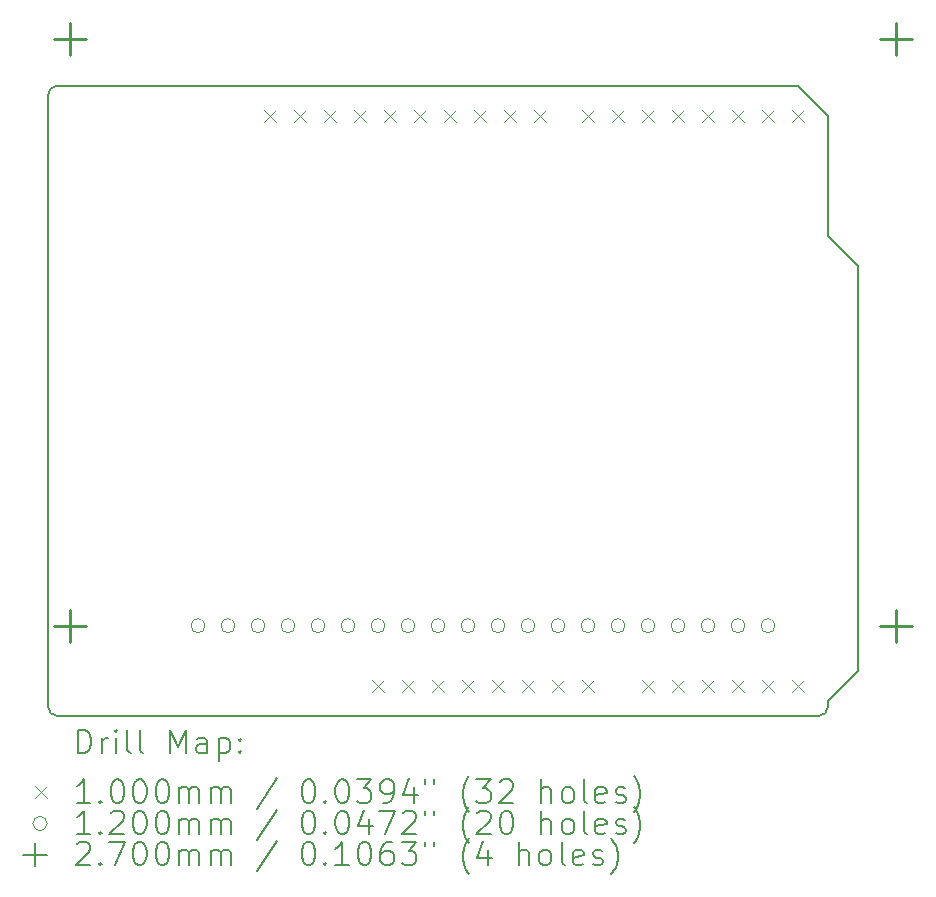
<source format=gbr>
%TF.GenerationSoftware,KiCad,Pcbnew,7.0.7-7.0.7~ubuntu22.04.1*%
%TF.CreationDate,2023-10-18T17:58:12+02:00*%
%TF.ProjectId,conway_proj,636f6e77-6179-45f7-9072-6f6a2e6b6963,rev?*%
%TF.SameCoordinates,Original*%
%TF.FileFunction,Drillmap*%
%TF.FilePolarity,Positive*%
%FSLAX45Y45*%
G04 Gerber Fmt 4.5, Leading zero omitted, Abs format (unit mm)*
G04 Created by KiCad (PCBNEW 7.0.7-7.0.7~ubuntu22.04.1) date 2023-10-18 17:58:12*
%MOMM*%
%LPD*%
G01*
G04 APERTURE LIST*
%ADD10C,0.150000*%
%ADD11C,0.200000*%
%ADD12C,0.100000*%
%ADD13C,0.120000*%
%ADD14C,0.270000*%
G04 APERTURE END LIST*
D10*
X14064000Y-12540000D02*
X14318000Y-12794000D01*
X7460000Y-16527800D02*
X7460000Y-11346200D01*
X14318000Y-12794000D02*
X14318000Y-16223000D01*
X13987800Y-16604000D02*
X7536200Y-16604000D01*
X7536200Y-11270000D02*
X13810000Y-11270000D01*
X7460000Y-16527800D02*
G75*
G03*
X7536200Y-16604000I76200J0D01*
G01*
X14318000Y-16223000D02*
X14064000Y-16477000D01*
X13810000Y-11270000D02*
X14064000Y-11524000D01*
X13987800Y-16604000D02*
G75*
G03*
X14064000Y-16527800I0J76200D01*
G01*
X14064000Y-11524000D02*
X14064000Y-12540000D01*
X14064000Y-16477000D02*
X14064000Y-16527800D01*
X7536200Y-11270000D02*
G75*
G03*
X7460000Y-11346200I0J-76200D01*
G01*
D11*
D12*
X9289600Y-11474000D02*
X9389600Y-11574000D01*
X9389600Y-11474000D02*
X9289600Y-11574000D01*
X9543600Y-11474000D02*
X9643600Y-11574000D01*
X9643600Y-11474000D02*
X9543600Y-11574000D01*
X9797600Y-11474000D02*
X9897600Y-11574000D01*
X9897600Y-11474000D02*
X9797600Y-11574000D01*
X10051600Y-11474000D02*
X10151600Y-11574000D01*
X10151600Y-11474000D02*
X10051600Y-11574000D01*
X10204000Y-16300000D02*
X10304000Y-16400000D01*
X10304000Y-16300000D02*
X10204000Y-16400000D01*
X10305600Y-11474000D02*
X10405600Y-11574000D01*
X10405600Y-11474000D02*
X10305600Y-11574000D01*
X10458000Y-16300000D02*
X10558000Y-16400000D01*
X10558000Y-16300000D02*
X10458000Y-16400000D01*
X10559600Y-11474000D02*
X10659600Y-11574000D01*
X10659600Y-11474000D02*
X10559600Y-11574000D01*
X10712000Y-16300000D02*
X10812000Y-16400000D01*
X10812000Y-16300000D02*
X10712000Y-16400000D01*
X10813600Y-11474000D02*
X10913600Y-11574000D01*
X10913600Y-11474000D02*
X10813600Y-11574000D01*
X10966000Y-16300000D02*
X11066000Y-16400000D01*
X11066000Y-16300000D02*
X10966000Y-16400000D01*
X11067600Y-11474000D02*
X11167600Y-11574000D01*
X11167600Y-11474000D02*
X11067600Y-11574000D01*
X11220000Y-16300000D02*
X11320000Y-16400000D01*
X11320000Y-16300000D02*
X11220000Y-16400000D01*
X11321600Y-11474000D02*
X11421600Y-11574000D01*
X11421600Y-11474000D02*
X11321600Y-11574000D01*
X11474000Y-16300000D02*
X11574000Y-16400000D01*
X11574000Y-16300000D02*
X11474000Y-16400000D01*
X11575600Y-11474000D02*
X11675600Y-11574000D01*
X11675600Y-11474000D02*
X11575600Y-11574000D01*
X11728000Y-16300000D02*
X11828000Y-16400000D01*
X11828000Y-16300000D02*
X11728000Y-16400000D01*
X11982000Y-11474000D02*
X12082000Y-11574000D01*
X12082000Y-11474000D02*
X11982000Y-11574000D01*
X11982000Y-16300000D02*
X12082000Y-16400000D01*
X12082000Y-16300000D02*
X11982000Y-16400000D01*
X12236000Y-11474000D02*
X12336000Y-11574000D01*
X12336000Y-11474000D02*
X12236000Y-11574000D01*
X12490000Y-11474000D02*
X12590000Y-11574000D01*
X12590000Y-11474000D02*
X12490000Y-11574000D01*
X12490000Y-16300000D02*
X12590000Y-16400000D01*
X12590000Y-16300000D02*
X12490000Y-16400000D01*
X12744000Y-11474000D02*
X12844000Y-11574000D01*
X12844000Y-11474000D02*
X12744000Y-11574000D01*
X12744000Y-16300000D02*
X12844000Y-16400000D01*
X12844000Y-16300000D02*
X12744000Y-16400000D01*
X12998000Y-11474000D02*
X13098000Y-11574000D01*
X13098000Y-11474000D02*
X12998000Y-11574000D01*
X12998000Y-16300000D02*
X13098000Y-16400000D01*
X13098000Y-16300000D02*
X12998000Y-16400000D01*
X13252000Y-11474000D02*
X13352000Y-11574000D01*
X13352000Y-11474000D02*
X13252000Y-11574000D01*
X13252000Y-16300000D02*
X13352000Y-16400000D01*
X13352000Y-16300000D02*
X13252000Y-16400000D01*
X13506000Y-11474000D02*
X13606000Y-11574000D01*
X13606000Y-11474000D02*
X13506000Y-11574000D01*
X13506000Y-16300000D02*
X13606000Y-16400000D01*
X13606000Y-16300000D02*
X13506000Y-16400000D01*
X13760000Y-11474000D02*
X13860000Y-11574000D01*
X13860000Y-11474000D02*
X13760000Y-11574000D01*
X13760000Y-16300000D02*
X13860000Y-16400000D01*
X13860000Y-16300000D02*
X13760000Y-16400000D01*
D13*
X8790000Y-15842000D02*
G75*
G03*
X8790000Y-15842000I-60000J0D01*
G01*
X9044000Y-15842000D02*
G75*
G03*
X9044000Y-15842000I-60000J0D01*
G01*
X9298000Y-15842000D02*
G75*
G03*
X9298000Y-15842000I-60000J0D01*
G01*
X9552000Y-15842000D02*
G75*
G03*
X9552000Y-15842000I-60000J0D01*
G01*
X9806000Y-15842000D02*
G75*
G03*
X9806000Y-15842000I-60000J0D01*
G01*
X10060000Y-15842000D02*
G75*
G03*
X10060000Y-15842000I-60000J0D01*
G01*
X10314000Y-15842000D02*
G75*
G03*
X10314000Y-15842000I-60000J0D01*
G01*
X10568000Y-15842000D02*
G75*
G03*
X10568000Y-15842000I-60000J0D01*
G01*
X10822000Y-15842000D02*
G75*
G03*
X10822000Y-15842000I-60000J0D01*
G01*
X11076000Y-15842000D02*
G75*
G03*
X11076000Y-15842000I-60000J0D01*
G01*
X11330000Y-15842000D02*
G75*
G03*
X11330000Y-15842000I-60000J0D01*
G01*
X11584000Y-15842000D02*
G75*
G03*
X11584000Y-15842000I-60000J0D01*
G01*
X11838000Y-15842000D02*
G75*
G03*
X11838000Y-15842000I-60000J0D01*
G01*
X12092000Y-15842000D02*
G75*
G03*
X12092000Y-15842000I-60000J0D01*
G01*
X12346000Y-15842000D02*
G75*
G03*
X12346000Y-15842000I-60000J0D01*
G01*
X12600000Y-15842000D02*
G75*
G03*
X12600000Y-15842000I-60000J0D01*
G01*
X12854000Y-15842000D02*
G75*
G03*
X12854000Y-15842000I-60000J0D01*
G01*
X13108000Y-15842000D02*
G75*
G03*
X13108000Y-15842000I-60000J0D01*
G01*
X13362000Y-15842000D02*
G75*
G03*
X13362000Y-15842000I-60000J0D01*
G01*
X13616000Y-15842000D02*
G75*
G03*
X13616000Y-15842000I-60000J0D01*
G01*
D14*
X7643000Y-10737000D02*
X7643000Y-11007000D01*
X7508000Y-10872000D02*
X7778000Y-10872000D01*
X7643000Y-15707000D02*
X7643000Y-15977000D01*
X7508000Y-15842000D02*
X7778000Y-15842000D01*
X14643000Y-10737000D02*
X14643000Y-11007000D01*
X14508000Y-10872000D02*
X14778000Y-10872000D01*
X14643000Y-15707000D02*
X14643000Y-15977000D01*
X14508000Y-15842000D02*
X14778000Y-15842000D01*
D11*
X7713277Y-16922984D02*
X7713277Y-16722984D01*
X7713277Y-16722984D02*
X7760896Y-16722984D01*
X7760896Y-16722984D02*
X7789467Y-16732508D01*
X7789467Y-16732508D02*
X7808515Y-16751555D01*
X7808515Y-16751555D02*
X7818039Y-16770603D01*
X7818039Y-16770603D02*
X7827562Y-16808698D01*
X7827562Y-16808698D02*
X7827562Y-16837270D01*
X7827562Y-16837270D02*
X7818039Y-16875365D01*
X7818039Y-16875365D02*
X7808515Y-16894412D01*
X7808515Y-16894412D02*
X7789467Y-16913460D01*
X7789467Y-16913460D02*
X7760896Y-16922984D01*
X7760896Y-16922984D02*
X7713277Y-16922984D01*
X7913277Y-16922984D02*
X7913277Y-16789650D01*
X7913277Y-16827746D02*
X7922801Y-16808698D01*
X7922801Y-16808698D02*
X7932324Y-16799174D01*
X7932324Y-16799174D02*
X7951372Y-16789650D01*
X7951372Y-16789650D02*
X7970420Y-16789650D01*
X8037086Y-16922984D02*
X8037086Y-16789650D01*
X8037086Y-16722984D02*
X8027562Y-16732508D01*
X8027562Y-16732508D02*
X8037086Y-16742031D01*
X8037086Y-16742031D02*
X8046610Y-16732508D01*
X8046610Y-16732508D02*
X8037086Y-16722984D01*
X8037086Y-16722984D02*
X8037086Y-16742031D01*
X8160896Y-16922984D02*
X8141848Y-16913460D01*
X8141848Y-16913460D02*
X8132324Y-16894412D01*
X8132324Y-16894412D02*
X8132324Y-16722984D01*
X8265658Y-16922984D02*
X8246610Y-16913460D01*
X8246610Y-16913460D02*
X8237086Y-16894412D01*
X8237086Y-16894412D02*
X8237086Y-16722984D01*
X8494229Y-16922984D02*
X8494229Y-16722984D01*
X8494229Y-16722984D02*
X8560896Y-16865841D01*
X8560896Y-16865841D02*
X8627563Y-16722984D01*
X8627563Y-16722984D02*
X8627563Y-16922984D01*
X8808515Y-16922984D02*
X8808515Y-16818222D01*
X8808515Y-16818222D02*
X8798991Y-16799174D01*
X8798991Y-16799174D02*
X8779944Y-16789650D01*
X8779944Y-16789650D02*
X8741848Y-16789650D01*
X8741848Y-16789650D02*
X8722801Y-16799174D01*
X8808515Y-16913460D02*
X8789467Y-16922984D01*
X8789467Y-16922984D02*
X8741848Y-16922984D01*
X8741848Y-16922984D02*
X8722801Y-16913460D01*
X8722801Y-16913460D02*
X8713277Y-16894412D01*
X8713277Y-16894412D02*
X8713277Y-16875365D01*
X8713277Y-16875365D02*
X8722801Y-16856317D01*
X8722801Y-16856317D02*
X8741848Y-16846793D01*
X8741848Y-16846793D02*
X8789467Y-16846793D01*
X8789467Y-16846793D02*
X8808515Y-16837270D01*
X8903753Y-16789650D02*
X8903753Y-16989650D01*
X8903753Y-16799174D02*
X8922801Y-16789650D01*
X8922801Y-16789650D02*
X8960896Y-16789650D01*
X8960896Y-16789650D02*
X8979944Y-16799174D01*
X8979944Y-16799174D02*
X8989467Y-16808698D01*
X8989467Y-16808698D02*
X8998991Y-16827746D01*
X8998991Y-16827746D02*
X8998991Y-16884889D01*
X8998991Y-16884889D02*
X8989467Y-16903936D01*
X8989467Y-16903936D02*
X8979944Y-16913460D01*
X8979944Y-16913460D02*
X8960896Y-16922984D01*
X8960896Y-16922984D02*
X8922801Y-16922984D01*
X8922801Y-16922984D02*
X8903753Y-16913460D01*
X9084705Y-16903936D02*
X9094229Y-16913460D01*
X9094229Y-16913460D02*
X9084705Y-16922984D01*
X9084705Y-16922984D02*
X9075182Y-16913460D01*
X9075182Y-16913460D02*
X9084705Y-16903936D01*
X9084705Y-16903936D02*
X9084705Y-16922984D01*
X9084705Y-16799174D02*
X9094229Y-16808698D01*
X9094229Y-16808698D02*
X9084705Y-16818222D01*
X9084705Y-16818222D02*
X9075182Y-16808698D01*
X9075182Y-16808698D02*
X9084705Y-16799174D01*
X9084705Y-16799174D02*
X9084705Y-16818222D01*
D12*
X7352500Y-17201500D02*
X7452500Y-17301500D01*
X7452500Y-17201500D02*
X7352500Y-17301500D01*
D11*
X7818039Y-17342984D02*
X7703753Y-17342984D01*
X7760896Y-17342984D02*
X7760896Y-17142984D01*
X7760896Y-17142984D02*
X7741848Y-17171555D01*
X7741848Y-17171555D02*
X7722801Y-17190603D01*
X7722801Y-17190603D02*
X7703753Y-17200127D01*
X7903753Y-17323936D02*
X7913277Y-17333460D01*
X7913277Y-17333460D02*
X7903753Y-17342984D01*
X7903753Y-17342984D02*
X7894229Y-17333460D01*
X7894229Y-17333460D02*
X7903753Y-17323936D01*
X7903753Y-17323936D02*
X7903753Y-17342984D01*
X8037086Y-17142984D02*
X8056134Y-17142984D01*
X8056134Y-17142984D02*
X8075182Y-17152508D01*
X8075182Y-17152508D02*
X8084705Y-17162031D01*
X8084705Y-17162031D02*
X8094229Y-17181079D01*
X8094229Y-17181079D02*
X8103753Y-17219174D01*
X8103753Y-17219174D02*
X8103753Y-17266793D01*
X8103753Y-17266793D02*
X8094229Y-17304889D01*
X8094229Y-17304889D02*
X8084705Y-17323936D01*
X8084705Y-17323936D02*
X8075182Y-17333460D01*
X8075182Y-17333460D02*
X8056134Y-17342984D01*
X8056134Y-17342984D02*
X8037086Y-17342984D01*
X8037086Y-17342984D02*
X8018039Y-17333460D01*
X8018039Y-17333460D02*
X8008515Y-17323936D01*
X8008515Y-17323936D02*
X7998991Y-17304889D01*
X7998991Y-17304889D02*
X7989467Y-17266793D01*
X7989467Y-17266793D02*
X7989467Y-17219174D01*
X7989467Y-17219174D02*
X7998991Y-17181079D01*
X7998991Y-17181079D02*
X8008515Y-17162031D01*
X8008515Y-17162031D02*
X8018039Y-17152508D01*
X8018039Y-17152508D02*
X8037086Y-17142984D01*
X8227562Y-17142984D02*
X8246610Y-17142984D01*
X8246610Y-17142984D02*
X8265658Y-17152508D01*
X8265658Y-17152508D02*
X8275182Y-17162031D01*
X8275182Y-17162031D02*
X8284705Y-17181079D01*
X8284705Y-17181079D02*
X8294229Y-17219174D01*
X8294229Y-17219174D02*
X8294229Y-17266793D01*
X8294229Y-17266793D02*
X8284705Y-17304889D01*
X8284705Y-17304889D02*
X8275182Y-17323936D01*
X8275182Y-17323936D02*
X8265658Y-17333460D01*
X8265658Y-17333460D02*
X8246610Y-17342984D01*
X8246610Y-17342984D02*
X8227562Y-17342984D01*
X8227562Y-17342984D02*
X8208515Y-17333460D01*
X8208515Y-17333460D02*
X8198991Y-17323936D01*
X8198991Y-17323936D02*
X8189467Y-17304889D01*
X8189467Y-17304889D02*
X8179943Y-17266793D01*
X8179943Y-17266793D02*
X8179943Y-17219174D01*
X8179943Y-17219174D02*
X8189467Y-17181079D01*
X8189467Y-17181079D02*
X8198991Y-17162031D01*
X8198991Y-17162031D02*
X8208515Y-17152508D01*
X8208515Y-17152508D02*
X8227562Y-17142984D01*
X8418039Y-17142984D02*
X8437086Y-17142984D01*
X8437086Y-17142984D02*
X8456134Y-17152508D01*
X8456134Y-17152508D02*
X8465658Y-17162031D01*
X8465658Y-17162031D02*
X8475182Y-17181079D01*
X8475182Y-17181079D02*
X8484705Y-17219174D01*
X8484705Y-17219174D02*
X8484705Y-17266793D01*
X8484705Y-17266793D02*
X8475182Y-17304889D01*
X8475182Y-17304889D02*
X8465658Y-17323936D01*
X8465658Y-17323936D02*
X8456134Y-17333460D01*
X8456134Y-17333460D02*
X8437086Y-17342984D01*
X8437086Y-17342984D02*
X8418039Y-17342984D01*
X8418039Y-17342984D02*
X8398991Y-17333460D01*
X8398991Y-17333460D02*
X8389467Y-17323936D01*
X8389467Y-17323936D02*
X8379943Y-17304889D01*
X8379943Y-17304889D02*
X8370420Y-17266793D01*
X8370420Y-17266793D02*
X8370420Y-17219174D01*
X8370420Y-17219174D02*
X8379943Y-17181079D01*
X8379943Y-17181079D02*
X8389467Y-17162031D01*
X8389467Y-17162031D02*
X8398991Y-17152508D01*
X8398991Y-17152508D02*
X8418039Y-17142984D01*
X8570420Y-17342984D02*
X8570420Y-17209650D01*
X8570420Y-17228698D02*
X8579944Y-17219174D01*
X8579944Y-17219174D02*
X8598991Y-17209650D01*
X8598991Y-17209650D02*
X8627563Y-17209650D01*
X8627563Y-17209650D02*
X8646610Y-17219174D01*
X8646610Y-17219174D02*
X8656134Y-17238222D01*
X8656134Y-17238222D02*
X8656134Y-17342984D01*
X8656134Y-17238222D02*
X8665658Y-17219174D01*
X8665658Y-17219174D02*
X8684705Y-17209650D01*
X8684705Y-17209650D02*
X8713277Y-17209650D01*
X8713277Y-17209650D02*
X8732325Y-17219174D01*
X8732325Y-17219174D02*
X8741848Y-17238222D01*
X8741848Y-17238222D02*
X8741848Y-17342984D01*
X8837086Y-17342984D02*
X8837086Y-17209650D01*
X8837086Y-17228698D02*
X8846610Y-17219174D01*
X8846610Y-17219174D02*
X8865658Y-17209650D01*
X8865658Y-17209650D02*
X8894229Y-17209650D01*
X8894229Y-17209650D02*
X8913277Y-17219174D01*
X8913277Y-17219174D02*
X8922801Y-17238222D01*
X8922801Y-17238222D02*
X8922801Y-17342984D01*
X8922801Y-17238222D02*
X8932325Y-17219174D01*
X8932325Y-17219174D02*
X8951372Y-17209650D01*
X8951372Y-17209650D02*
X8979944Y-17209650D01*
X8979944Y-17209650D02*
X8998991Y-17219174D01*
X8998991Y-17219174D02*
X9008515Y-17238222D01*
X9008515Y-17238222D02*
X9008515Y-17342984D01*
X9398991Y-17133460D02*
X9227563Y-17390603D01*
X9656134Y-17142984D02*
X9675182Y-17142984D01*
X9675182Y-17142984D02*
X9694229Y-17152508D01*
X9694229Y-17152508D02*
X9703753Y-17162031D01*
X9703753Y-17162031D02*
X9713277Y-17181079D01*
X9713277Y-17181079D02*
X9722801Y-17219174D01*
X9722801Y-17219174D02*
X9722801Y-17266793D01*
X9722801Y-17266793D02*
X9713277Y-17304889D01*
X9713277Y-17304889D02*
X9703753Y-17323936D01*
X9703753Y-17323936D02*
X9694229Y-17333460D01*
X9694229Y-17333460D02*
X9675182Y-17342984D01*
X9675182Y-17342984D02*
X9656134Y-17342984D01*
X9656134Y-17342984D02*
X9637087Y-17333460D01*
X9637087Y-17333460D02*
X9627563Y-17323936D01*
X9627563Y-17323936D02*
X9618039Y-17304889D01*
X9618039Y-17304889D02*
X9608515Y-17266793D01*
X9608515Y-17266793D02*
X9608515Y-17219174D01*
X9608515Y-17219174D02*
X9618039Y-17181079D01*
X9618039Y-17181079D02*
X9627563Y-17162031D01*
X9627563Y-17162031D02*
X9637087Y-17152508D01*
X9637087Y-17152508D02*
X9656134Y-17142984D01*
X9808515Y-17323936D02*
X9818039Y-17333460D01*
X9818039Y-17333460D02*
X9808515Y-17342984D01*
X9808515Y-17342984D02*
X9798991Y-17333460D01*
X9798991Y-17333460D02*
X9808515Y-17323936D01*
X9808515Y-17323936D02*
X9808515Y-17342984D01*
X9941848Y-17142984D02*
X9960896Y-17142984D01*
X9960896Y-17142984D02*
X9979944Y-17152508D01*
X9979944Y-17152508D02*
X9989468Y-17162031D01*
X9989468Y-17162031D02*
X9998991Y-17181079D01*
X9998991Y-17181079D02*
X10008515Y-17219174D01*
X10008515Y-17219174D02*
X10008515Y-17266793D01*
X10008515Y-17266793D02*
X9998991Y-17304889D01*
X9998991Y-17304889D02*
X9989468Y-17323936D01*
X9989468Y-17323936D02*
X9979944Y-17333460D01*
X9979944Y-17333460D02*
X9960896Y-17342984D01*
X9960896Y-17342984D02*
X9941848Y-17342984D01*
X9941848Y-17342984D02*
X9922801Y-17333460D01*
X9922801Y-17333460D02*
X9913277Y-17323936D01*
X9913277Y-17323936D02*
X9903753Y-17304889D01*
X9903753Y-17304889D02*
X9894229Y-17266793D01*
X9894229Y-17266793D02*
X9894229Y-17219174D01*
X9894229Y-17219174D02*
X9903753Y-17181079D01*
X9903753Y-17181079D02*
X9913277Y-17162031D01*
X9913277Y-17162031D02*
X9922801Y-17152508D01*
X9922801Y-17152508D02*
X9941848Y-17142984D01*
X10075182Y-17142984D02*
X10198991Y-17142984D01*
X10198991Y-17142984D02*
X10132325Y-17219174D01*
X10132325Y-17219174D02*
X10160896Y-17219174D01*
X10160896Y-17219174D02*
X10179944Y-17228698D01*
X10179944Y-17228698D02*
X10189468Y-17238222D01*
X10189468Y-17238222D02*
X10198991Y-17257270D01*
X10198991Y-17257270D02*
X10198991Y-17304889D01*
X10198991Y-17304889D02*
X10189468Y-17323936D01*
X10189468Y-17323936D02*
X10179944Y-17333460D01*
X10179944Y-17333460D02*
X10160896Y-17342984D01*
X10160896Y-17342984D02*
X10103753Y-17342984D01*
X10103753Y-17342984D02*
X10084706Y-17333460D01*
X10084706Y-17333460D02*
X10075182Y-17323936D01*
X10294229Y-17342984D02*
X10332325Y-17342984D01*
X10332325Y-17342984D02*
X10351372Y-17333460D01*
X10351372Y-17333460D02*
X10360896Y-17323936D01*
X10360896Y-17323936D02*
X10379944Y-17295365D01*
X10379944Y-17295365D02*
X10389468Y-17257270D01*
X10389468Y-17257270D02*
X10389468Y-17181079D01*
X10389468Y-17181079D02*
X10379944Y-17162031D01*
X10379944Y-17162031D02*
X10370420Y-17152508D01*
X10370420Y-17152508D02*
X10351372Y-17142984D01*
X10351372Y-17142984D02*
X10313277Y-17142984D01*
X10313277Y-17142984D02*
X10294229Y-17152508D01*
X10294229Y-17152508D02*
X10284706Y-17162031D01*
X10284706Y-17162031D02*
X10275182Y-17181079D01*
X10275182Y-17181079D02*
X10275182Y-17228698D01*
X10275182Y-17228698D02*
X10284706Y-17247746D01*
X10284706Y-17247746D02*
X10294229Y-17257270D01*
X10294229Y-17257270D02*
X10313277Y-17266793D01*
X10313277Y-17266793D02*
X10351372Y-17266793D01*
X10351372Y-17266793D02*
X10370420Y-17257270D01*
X10370420Y-17257270D02*
X10379944Y-17247746D01*
X10379944Y-17247746D02*
X10389468Y-17228698D01*
X10560896Y-17209650D02*
X10560896Y-17342984D01*
X10513277Y-17133460D02*
X10465658Y-17276317D01*
X10465658Y-17276317D02*
X10589468Y-17276317D01*
X10656134Y-17142984D02*
X10656134Y-17181079D01*
X10732325Y-17142984D02*
X10732325Y-17181079D01*
X11027563Y-17419174D02*
X11018039Y-17409650D01*
X11018039Y-17409650D02*
X10998991Y-17381079D01*
X10998991Y-17381079D02*
X10989468Y-17362031D01*
X10989468Y-17362031D02*
X10979944Y-17333460D01*
X10979944Y-17333460D02*
X10970420Y-17285841D01*
X10970420Y-17285841D02*
X10970420Y-17247746D01*
X10970420Y-17247746D02*
X10979944Y-17200127D01*
X10979944Y-17200127D02*
X10989468Y-17171555D01*
X10989468Y-17171555D02*
X10998991Y-17152508D01*
X10998991Y-17152508D02*
X11018039Y-17123936D01*
X11018039Y-17123936D02*
X11027563Y-17114412D01*
X11084706Y-17142984D02*
X11208515Y-17142984D01*
X11208515Y-17142984D02*
X11141849Y-17219174D01*
X11141849Y-17219174D02*
X11170420Y-17219174D01*
X11170420Y-17219174D02*
X11189468Y-17228698D01*
X11189468Y-17228698D02*
X11198991Y-17238222D01*
X11198991Y-17238222D02*
X11208515Y-17257270D01*
X11208515Y-17257270D02*
X11208515Y-17304889D01*
X11208515Y-17304889D02*
X11198991Y-17323936D01*
X11198991Y-17323936D02*
X11189468Y-17333460D01*
X11189468Y-17333460D02*
X11170420Y-17342984D01*
X11170420Y-17342984D02*
X11113277Y-17342984D01*
X11113277Y-17342984D02*
X11094230Y-17333460D01*
X11094230Y-17333460D02*
X11084706Y-17323936D01*
X11284706Y-17162031D02*
X11294229Y-17152508D01*
X11294229Y-17152508D02*
X11313277Y-17142984D01*
X11313277Y-17142984D02*
X11360896Y-17142984D01*
X11360896Y-17142984D02*
X11379944Y-17152508D01*
X11379944Y-17152508D02*
X11389468Y-17162031D01*
X11389468Y-17162031D02*
X11398991Y-17181079D01*
X11398991Y-17181079D02*
X11398991Y-17200127D01*
X11398991Y-17200127D02*
X11389468Y-17228698D01*
X11389468Y-17228698D02*
X11275182Y-17342984D01*
X11275182Y-17342984D02*
X11398991Y-17342984D01*
X11637087Y-17342984D02*
X11637087Y-17142984D01*
X11722801Y-17342984D02*
X11722801Y-17238222D01*
X11722801Y-17238222D02*
X11713277Y-17219174D01*
X11713277Y-17219174D02*
X11694230Y-17209650D01*
X11694230Y-17209650D02*
X11665658Y-17209650D01*
X11665658Y-17209650D02*
X11646610Y-17219174D01*
X11646610Y-17219174D02*
X11637087Y-17228698D01*
X11846610Y-17342984D02*
X11827563Y-17333460D01*
X11827563Y-17333460D02*
X11818039Y-17323936D01*
X11818039Y-17323936D02*
X11808515Y-17304889D01*
X11808515Y-17304889D02*
X11808515Y-17247746D01*
X11808515Y-17247746D02*
X11818039Y-17228698D01*
X11818039Y-17228698D02*
X11827563Y-17219174D01*
X11827563Y-17219174D02*
X11846610Y-17209650D01*
X11846610Y-17209650D02*
X11875182Y-17209650D01*
X11875182Y-17209650D02*
X11894230Y-17219174D01*
X11894230Y-17219174D02*
X11903753Y-17228698D01*
X11903753Y-17228698D02*
X11913277Y-17247746D01*
X11913277Y-17247746D02*
X11913277Y-17304889D01*
X11913277Y-17304889D02*
X11903753Y-17323936D01*
X11903753Y-17323936D02*
X11894230Y-17333460D01*
X11894230Y-17333460D02*
X11875182Y-17342984D01*
X11875182Y-17342984D02*
X11846610Y-17342984D01*
X12027563Y-17342984D02*
X12008515Y-17333460D01*
X12008515Y-17333460D02*
X11998991Y-17314412D01*
X11998991Y-17314412D02*
X11998991Y-17142984D01*
X12179944Y-17333460D02*
X12160896Y-17342984D01*
X12160896Y-17342984D02*
X12122801Y-17342984D01*
X12122801Y-17342984D02*
X12103753Y-17333460D01*
X12103753Y-17333460D02*
X12094230Y-17314412D01*
X12094230Y-17314412D02*
X12094230Y-17238222D01*
X12094230Y-17238222D02*
X12103753Y-17219174D01*
X12103753Y-17219174D02*
X12122801Y-17209650D01*
X12122801Y-17209650D02*
X12160896Y-17209650D01*
X12160896Y-17209650D02*
X12179944Y-17219174D01*
X12179944Y-17219174D02*
X12189468Y-17238222D01*
X12189468Y-17238222D02*
X12189468Y-17257270D01*
X12189468Y-17257270D02*
X12094230Y-17276317D01*
X12265658Y-17333460D02*
X12284706Y-17342984D01*
X12284706Y-17342984D02*
X12322801Y-17342984D01*
X12322801Y-17342984D02*
X12341849Y-17333460D01*
X12341849Y-17333460D02*
X12351372Y-17314412D01*
X12351372Y-17314412D02*
X12351372Y-17304889D01*
X12351372Y-17304889D02*
X12341849Y-17285841D01*
X12341849Y-17285841D02*
X12322801Y-17276317D01*
X12322801Y-17276317D02*
X12294230Y-17276317D01*
X12294230Y-17276317D02*
X12275182Y-17266793D01*
X12275182Y-17266793D02*
X12265658Y-17247746D01*
X12265658Y-17247746D02*
X12265658Y-17238222D01*
X12265658Y-17238222D02*
X12275182Y-17219174D01*
X12275182Y-17219174D02*
X12294230Y-17209650D01*
X12294230Y-17209650D02*
X12322801Y-17209650D01*
X12322801Y-17209650D02*
X12341849Y-17219174D01*
X12418039Y-17419174D02*
X12427563Y-17409650D01*
X12427563Y-17409650D02*
X12446611Y-17381079D01*
X12446611Y-17381079D02*
X12456134Y-17362031D01*
X12456134Y-17362031D02*
X12465658Y-17333460D01*
X12465658Y-17333460D02*
X12475182Y-17285841D01*
X12475182Y-17285841D02*
X12475182Y-17247746D01*
X12475182Y-17247746D02*
X12465658Y-17200127D01*
X12465658Y-17200127D02*
X12456134Y-17171555D01*
X12456134Y-17171555D02*
X12446611Y-17152508D01*
X12446611Y-17152508D02*
X12427563Y-17123936D01*
X12427563Y-17123936D02*
X12418039Y-17114412D01*
D13*
X7452500Y-17515500D02*
G75*
G03*
X7452500Y-17515500I-60000J0D01*
G01*
D11*
X7818039Y-17606984D02*
X7703753Y-17606984D01*
X7760896Y-17606984D02*
X7760896Y-17406984D01*
X7760896Y-17406984D02*
X7741848Y-17435555D01*
X7741848Y-17435555D02*
X7722801Y-17454603D01*
X7722801Y-17454603D02*
X7703753Y-17464127D01*
X7903753Y-17587936D02*
X7913277Y-17597460D01*
X7913277Y-17597460D02*
X7903753Y-17606984D01*
X7903753Y-17606984D02*
X7894229Y-17597460D01*
X7894229Y-17597460D02*
X7903753Y-17587936D01*
X7903753Y-17587936D02*
X7903753Y-17606984D01*
X7989467Y-17426031D02*
X7998991Y-17416508D01*
X7998991Y-17416508D02*
X8018039Y-17406984D01*
X8018039Y-17406984D02*
X8065658Y-17406984D01*
X8065658Y-17406984D02*
X8084705Y-17416508D01*
X8084705Y-17416508D02*
X8094229Y-17426031D01*
X8094229Y-17426031D02*
X8103753Y-17445079D01*
X8103753Y-17445079D02*
X8103753Y-17464127D01*
X8103753Y-17464127D02*
X8094229Y-17492698D01*
X8094229Y-17492698D02*
X7979943Y-17606984D01*
X7979943Y-17606984D02*
X8103753Y-17606984D01*
X8227562Y-17406984D02*
X8246610Y-17406984D01*
X8246610Y-17406984D02*
X8265658Y-17416508D01*
X8265658Y-17416508D02*
X8275182Y-17426031D01*
X8275182Y-17426031D02*
X8284705Y-17445079D01*
X8284705Y-17445079D02*
X8294229Y-17483174D01*
X8294229Y-17483174D02*
X8294229Y-17530793D01*
X8294229Y-17530793D02*
X8284705Y-17568889D01*
X8284705Y-17568889D02*
X8275182Y-17587936D01*
X8275182Y-17587936D02*
X8265658Y-17597460D01*
X8265658Y-17597460D02*
X8246610Y-17606984D01*
X8246610Y-17606984D02*
X8227562Y-17606984D01*
X8227562Y-17606984D02*
X8208515Y-17597460D01*
X8208515Y-17597460D02*
X8198991Y-17587936D01*
X8198991Y-17587936D02*
X8189467Y-17568889D01*
X8189467Y-17568889D02*
X8179943Y-17530793D01*
X8179943Y-17530793D02*
X8179943Y-17483174D01*
X8179943Y-17483174D02*
X8189467Y-17445079D01*
X8189467Y-17445079D02*
X8198991Y-17426031D01*
X8198991Y-17426031D02*
X8208515Y-17416508D01*
X8208515Y-17416508D02*
X8227562Y-17406984D01*
X8418039Y-17406984D02*
X8437086Y-17406984D01*
X8437086Y-17406984D02*
X8456134Y-17416508D01*
X8456134Y-17416508D02*
X8465658Y-17426031D01*
X8465658Y-17426031D02*
X8475182Y-17445079D01*
X8475182Y-17445079D02*
X8484705Y-17483174D01*
X8484705Y-17483174D02*
X8484705Y-17530793D01*
X8484705Y-17530793D02*
X8475182Y-17568889D01*
X8475182Y-17568889D02*
X8465658Y-17587936D01*
X8465658Y-17587936D02*
X8456134Y-17597460D01*
X8456134Y-17597460D02*
X8437086Y-17606984D01*
X8437086Y-17606984D02*
X8418039Y-17606984D01*
X8418039Y-17606984D02*
X8398991Y-17597460D01*
X8398991Y-17597460D02*
X8389467Y-17587936D01*
X8389467Y-17587936D02*
X8379943Y-17568889D01*
X8379943Y-17568889D02*
X8370420Y-17530793D01*
X8370420Y-17530793D02*
X8370420Y-17483174D01*
X8370420Y-17483174D02*
X8379943Y-17445079D01*
X8379943Y-17445079D02*
X8389467Y-17426031D01*
X8389467Y-17426031D02*
X8398991Y-17416508D01*
X8398991Y-17416508D02*
X8418039Y-17406984D01*
X8570420Y-17606984D02*
X8570420Y-17473650D01*
X8570420Y-17492698D02*
X8579944Y-17483174D01*
X8579944Y-17483174D02*
X8598991Y-17473650D01*
X8598991Y-17473650D02*
X8627563Y-17473650D01*
X8627563Y-17473650D02*
X8646610Y-17483174D01*
X8646610Y-17483174D02*
X8656134Y-17502222D01*
X8656134Y-17502222D02*
X8656134Y-17606984D01*
X8656134Y-17502222D02*
X8665658Y-17483174D01*
X8665658Y-17483174D02*
X8684705Y-17473650D01*
X8684705Y-17473650D02*
X8713277Y-17473650D01*
X8713277Y-17473650D02*
X8732325Y-17483174D01*
X8732325Y-17483174D02*
X8741848Y-17502222D01*
X8741848Y-17502222D02*
X8741848Y-17606984D01*
X8837086Y-17606984D02*
X8837086Y-17473650D01*
X8837086Y-17492698D02*
X8846610Y-17483174D01*
X8846610Y-17483174D02*
X8865658Y-17473650D01*
X8865658Y-17473650D02*
X8894229Y-17473650D01*
X8894229Y-17473650D02*
X8913277Y-17483174D01*
X8913277Y-17483174D02*
X8922801Y-17502222D01*
X8922801Y-17502222D02*
X8922801Y-17606984D01*
X8922801Y-17502222D02*
X8932325Y-17483174D01*
X8932325Y-17483174D02*
X8951372Y-17473650D01*
X8951372Y-17473650D02*
X8979944Y-17473650D01*
X8979944Y-17473650D02*
X8998991Y-17483174D01*
X8998991Y-17483174D02*
X9008515Y-17502222D01*
X9008515Y-17502222D02*
X9008515Y-17606984D01*
X9398991Y-17397460D02*
X9227563Y-17654603D01*
X9656134Y-17406984D02*
X9675182Y-17406984D01*
X9675182Y-17406984D02*
X9694229Y-17416508D01*
X9694229Y-17416508D02*
X9703753Y-17426031D01*
X9703753Y-17426031D02*
X9713277Y-17445079D01*
X9713277Y-17445079D02*
X9722801Y-17483174D01*
X9722801Y-17483174D02*
X9722801Y-17530793D01*
X9722801Y-17530793D02*
X9713277Y-17568889D01*
X9713277Y-17568889D02*
X9703753Y-17587936D01*
X9703753Y-17587936D02*
X9694229Y-17597460D01*
X9694229Y-17597460D02*
X9675182Y-17606984D01*
X9675182Y-17606984D02*
X9656134Y-17606984D01*
X9656134Y-17606984D02*
X9637087Y-17597460D01*
X9637087Y-17597460D02*
X9627563Y-17587936D01*
X9627563Y-17587936D02*
X9618039Y-17568889D01*
X9618039Y-17568889D02*
X9608515Y-17530793D01*
X9608515Y-17530793D02*
X9608515Y-17483174D01*
X9608515Y-17483174D02*
X9618039Y-17445079D01*
X9618039Y-17445079D02*
X9627563Y-17426031D01*
X9627563Y-17426031D02*
X9637087Y-17416508D01*
X9637087Y-17416508D02*
X9656134Y-17406984D01*
X9808515Y-17587936D02*
X9818039Y-17597460D01*
X9818039Y-17597460D02*
X9808515Y-17606984D01*
X9808515Y-17606984D02*
X9798991Y-17597460D01*
X9798991Y-17597460D02*
X9808515Y-17587936D01*
X9808515Y-17587936D02*
X9808515Y-17606984D01*
X9941848Y-17406984D02*
X9960896Y-17406984D01*
X9960896Y-17406984D02*
X9979944Y-17416508D01*
X9979944Y-17416508D02*
X9989468Y-17426031D01*
X9989468Y-17426031D02*
X9998991Y-17445079D01*
X9998991Y-17445079D02*
X10008515Y-17483174D01*
X10008515Y-17483174D02*
X10008515Y-17530793D01*
X10008515Y-17530793D02*
X9998991Y-17568889D01*
X9998991Y-17568889D02*
X9989468Y-17587936D01*
X9989468Y-17587936D02*
X9979944Y-17597460D01*
X9979944Y-17597460D02*
X9960896Y-17606984D01*
X9960896Y-17606984D02*
X9941848Y-17606984D01*
X9941848Y-17606984D02*
X9922801Y-17597460D01*
X9922801Y-17597460D02*
X9913277Y-17587936D01*
X9913277Y-17587936D02*
X9903753Y-17568889D01*
X9903753Y-17568889D02*
X9894229Y-17530793D01*
X9894229Y-17530793D02*
X9894229Y-17483174D01*
X9894229Y-17483174D02*
X9903753Y-17445079D01*
X9903753Y-17445079D02*
X9913277Y-17426031D01*
X9913277Y-17426031D02*
X9922801Y-17416508D01*
X9922801Y-17416508D02*
X9941848Y-17406984D01*
X10179944Y-17473650D02*
X10179944Y-17606984D01*
X10132325Y-17397460D02*
X10084706Y-17540317D01*
X10084706Y-17540317D02*
X10208515Y-17540317D01*
X10265658Y-17406984D02*
X10398991Y-17406984D01*
X10398991Y-17406984D02*
X10313277Y-17606984D01*
X10465658Y-17426031D02*
X10475182Y-17416508D01*
X10475182Y-17416508D02*
X10494229Y-17406984D01*
X10494229Y-17406984D02*
X10541849Y-17406984D01*
X10541849Y-17406984D02*
X10560896Y-17416508D01*
X10560896Y-17416508D02*
X10570420Y-17426031D01*
X10570420Y-17426031D02*
X10579944Y-17445079D01*
X10579944Y-17445079D02*
X10579944Y-17464127D01*
X10579944Y-17464127D02*
X10570420Y-17492698D01*
X10570420Y-17492698D02*
X10456134Y-17606984D01*
X10456134Y-17606984D02*
X10579944Y-17606984D01*
X10656134Y-17406984D02*
X10656134Y-17445079D01*
X10732325Y-17406984D02*
X10732325Y-17445079D01*
X11027563Y-17683174D02*
X11018039Y-17673650D01*
X11018039Y-17673650D02*
X10998991Y-17645079D01*
X10998991Y-17645079D02*
X10989468Y-17626031D01*
X10989468Y-17626031D02*
X10979944Y-17597460D01*
X10979944Y-17597460D02*
X10970420Y-17549841D01*
X10970420Y-17549841D02*
X10970420Y-17511746D01*
X10970420Y-17511746D02*
X10979944Y-17464127D01*
X10979944Y-17464127D02*
X10989468Y-17435555D01*
X10989468Y-17435555D02*
X10998991Y-17416508D01*
X10998991Y-17416508D02*
X11018039Y-17387936D01*
X11018039Y-17387936D02*
X11027563Y-17378412D01*
X11094230Y-17426031D02*
X11103753Y-17416508D01*
X11103753Y-17416508D02*
X11122801Y-17406984D01*
X11122801Y-17406984D02*
X11170420Y-17406984D01*
X11170420Y-17406984D02*
X11189468Y-17416508D01*
X11189468Y-17416508D02*
X11198991Y-17426031D01*
X11198991Y-17426031D02*
X11208515Y-17445079D01*
X11208515Y-17445079D02*
X11208515Y-17464127D01*
X11208515Y-17464127D02*
X11198991Y-17492698D01*
X11198991Y-17492698D02*
X11084706Y-17606984D01*
X11084706Y-17606984D02*
X11208515Y-17606984D01*
X11332325Y-17406984D02*
X11351372Y-17406984D01*
X11351372Y-17406984D02*
X11370420Y-17416508D01*
X11370420Y-17416508D02*
X11379944Y-17426031D01*
X11379944Y-17426031D02*
X11389468Y-17445079D01*
X11389468Y-17445079D02*
X11398991Y-17483174D01*
X11398991Y-17483174D02*
X11398991Y-17530793D01*
X11398991Y-17530793D02*
X11389468Y-17568889D01*
X11389468Y-17568889D02*
X11379944Y-17587936D01*
X11379944Y-17587936D02*
X11370420Y-17597460D01*
X11370420Y-17597460D02*
X11351372Y-17606984D01*
X11351372Y-17606984D02*
X11332325Y-17606984D01*
X11332325Y-17606984D02*
X11313277Y-17597460D01*
X11313277Y-17597460D02*
X11303753Y-17587936D01*
X11303753Y-17587936D02*
X11294229Y-17568889D01*
X11294229Y-17568889D02*
X11284706Y-17530793D01*
X11284706Y-17530793D02*
X11284706Y-17483174D01*
X11284706Y-17483174D02*
X11294229Y-17445079D01*
X11294229Y-17445079D02*
X11303753Y-17426031D01*
X11303753Y-17426031D02*
X11313277Y-17416508D01*
X11313277Y-17416508D02*
X11332325Y-17406984D01*
X11637087Y-17606984D02*
X11637087Y-17406984D01*
X11722801Y-17606984D02*
X11722801Y-17502222D01*
X11722801Y-17502222D02*
X11713277Y-17483174D01*
X11713277Y-17483174D02*
X11694230Y-17473650D01*
X11694230Y-17473650D02*
X11665658Y-17473650D01*
X11665658Y-17473650D02*
X11646610Y-17483174D01*
X11646610Y-17483174D02*
X11637087Y-17492698D01*
X11846610Y-17606984D02*
X11827563Y-17597460D01*
X11827563Y-17597460D02*
X11818039Y-17587936D01*
X11818039Y-17587936D02*
X11808515Y-17568889D01*
X11808515Y-17568889D02*
X11808515Y-17511746D01*
X11808515Y-17511746D02*
X11818039Y-17492698D01*
X11818039Y-17492698D02*
X11827563Y-17483174D01*
X11827563Y-17483174D02*
X11846610Y-17473650D01*
X11846610Y-17473650D02*
X11875182Y-17473650D01*
X11875182Y-17473650D02*
X11894230Y-17483174D01*
X11894230Y-17483174D02*
X11903753Y-17492698D01*
X11903753Y-17492698D02*
X11913277Y-17511746D01*
X11913277Y-17511746D02*
X11913277Y-17568889D01*
X11913277Y-17568889D02*
X11903753Y-17587936D01*
X11903753Y-17587936D02*
X11894230Y-17597460D01*
X11894230Y-17597460D02*
X11875182Y-17606984D01*
X11875182Y-17606984D02*
X11846610Y-17606984D01*
X12027563Y-17606984D02*
X12008515Y-17597460D01*
X12008515Y-17597460D02*
X11998991Y-17578412D01*
X11998991Y-17578412D02*
X11998991Y-17406984D01*
X12179944Y-17597460D02*
X12160896Y-17606984D01*
X12160896Y-17606984D02*
X12122801Y-17606984D01*
X12122801Y-17606984D02*
X12103753Y-17597460D01*
X12103753Y-17597460D02*
X12094230Y-17578412D01*
X12094230Y-17578412D02*
X12094230Y-17502222D01*
X12094230Y-17502222D02*
X12103753Y-17483174D01*
X12103753Y-17483174D02*
X12122801Y-17473650D01*
X12122801Y-17473650D02*
X12160896Y-17473650D01*
X12160896Y-17473650D02*
X12179944Y-17483174D01*
X12179944Y-17483174D02*
X12189468Y-17502222D01*
X12189468Y-17502222D02*
X12189468Y-17521270D01*
X12189468Y-17521270D02*
X12094230Y-17540317D01*
X12265658Y-17597460D02*
X12284706Y-17606984D01*
X12284706Y-17606984D02*
X12322801Y-17606984D01*
X12322801Y-17606984D02*
X12341849Y-17597460D01*
X12341849Y-17597460D02*
X12351372Y-17578412D01*
X12351372Y-17578412D02*
X12351372Y-17568889D01*
X12351372Y-17568889D02*
X12341849Y-17549841D01*
X12341849Y-17549841D02*
X12322801Y-17540317D01*
X12322801Y-17540317D02*
X12294230Y-17540317D01*
X12294230Y-17540317D02*
X12275182Y-17530793D01*
X12275182Y-17530793D02*
X12265658Y-17511746D01*
X12265658Y-17511746D02*
X12265658Y-17502222D01*
X12265658Y-17502222D02*
X12275182Y-17483174D01*
X12275182Y-17483174D02*
X12294230Y-17473650D01*
X12294230Y-17473650D02*
X12322801Y-17473650D01*
X12322801Y-17473650D02*
X12341849Y-17483174D01*
X12418039Y-17683174D02*
X12427563Y-17673650D01*
X12427563Y-17673650D02*
X12446611Y-17645079D01*
X12446611Y-17645079D02*
X12456134Y-17626031D01*
X12456134Y-17626031D02*
X12465658Y-17597460D01*
X12465658Y-17597460D02*
X12475182Y-17549841D01*
X12475182Y-17549841D02*
X12475182Y-17511746D01*
X12475182Y-17511746D02*
X12465658Y-17464127D01*
X12465658Y-17464127D02*
X12456134Y-17435555D01*
X12456134Y-17435555D02*
X12446611Y-17416508D01*
X12446611Y-17416508D02*
X12427563Y-17387936D01*
X12427563Y-17387936D02*
X12418039Y-17378412D01*
X7352500Y-17679500D02*
X7352500Y-17879500D01*
X7252500Y-17779500D02*
X7452500Y-17779500D01*
X7703753Y-17690031D02*
X7713277Y-17680508D01*
X7713277Y-17680508D02*
X7732324Y-17670984D01*
X7732324Y-17670984D02*
X7779943Y-17670984D01*
X7779943Y-17670984D02*
X7798991Y-17680508D01*
X7798991Y-17680508D02*
X7808515Y-17690031D01*
X7808515Y-17690031D02*
X7818039Y-17709079D01*
X7818039Y-17709079D02*
X7818039Y-17728127D01*
X7818039Y-17728127D02*
X7808515Y-17756698D01*
X7808515Y-17756698D02*
X7694229Y-17870984D01*
X7694229Y-17870984D02*
X7818039Y-17870984D01*
X7903753Y-17851936D02*
X7913277Y-17861460D01*
X7913277Y-17861460D02*
X7903753Y-17870984D01*
X7903753Y-17870984D02*
X7894229Y-17861460D01*
X7894229Y-17861460D02*
X7903753Y-17851936D01*
X7903753Y-17851936D02*
X7903753Y-17870984D01*
X7979943Y-17670984D02*
X8113277Y-17670984D01*
X8113277Y-17670984D02*
X8027562Y-17870984D01*
X8227562Y-17670984D02*
X8246610Y-17670984D01*
X8246610Y-17670984D02*
X8265658Y-17680508D01*
X8265658Y-17680508D02*
X8275182Y-17690031D01*
X8275182Y-17690031D02*
X8284705Y-17709079D01*
X8284705Y-17709079D02*
X8294229Y-17747174D01*
X8294229Y-17747174D02*
X8294229Y-17794793D01*
X8294229Y-17794793D02*
X8284705Y-17832889D01*
X8284705Y-17832889D02*
X8275182Y-17851936D01*
X8275182Y-17851936D02*
X8265658Y-17861460D01*
X8265658Y-17861460D02*
X8246610Y-17870984D01*
X8246610Y-17870984D02*
X8227562Y-17870984D01*
X8227562Y-17870984D02*
X8208515Y-17861460D01*
X8208515Y-17861460D02*
X8198991Y-17851936D01*
X8198991Y-17851936D02*
X8189467Y-17832889D01*
X8189467Y-17832889D02*
X8179943Y-17794793D01*
X8179943Y-17794793D02*
X8179943Y-17747174D01*
X8179943Y-17747174D02*
X8189467Y-17709079D01*
X8189467Y-17709079D02*
X8198991Y-17690031D01*
X8198991Y-17690031D02*
X8208515Y-17680508D01*
X8208515Y-17680508D02*
X8227562Y-17670984D01*
X8418039Y-17670984D02*
X8437086Y-17670984D01*
X8437086Y-17670984D02*
X8456134Y-17680508D01*
X8456134Y-17680508D02*
X8465658Y-17690031D01*
X8465658Y-17690031D02*
X8475182Y-17709079D01*
X8475182Y-17709079D02*
X8484705Y-17747174D01*
X8484705Y-17747174D02*
X8484705Y-17794793D01*
X8484705Y-17794793D02*
X8475182Y-17832889D01*
X8475182Y-17832889D02*
X8465658Y-17851936D01*
X8465658Y-17851936D02*
X8456134Y-17861460D01*
X8456134Y-17861460D02*
X8437086Y-17870984D01*
X8437086Y-17870984D02*
X8418039Y-17870984D01*
X8418039Y-17870984D02*
X8398991Y-17861460D01*
X8398991Y-17861460D02*
X8389467Y-17851936D01*
X8389467Y-17851936D02*
X8379943Y-17832889D01*
X8379943Y-17832889D02*
X8370420Y-17794793D01*
X8370420Y-17794793D02*
X8370420Y-17747174D01*
X8370420Y-17747174D02*
X8379943Y-17709079D01*
X8379943Y-17709079D02*
X8389467Y-17690031D01*
X8389467Y-17690031D02*
X8398991Y-17680508D01*
X8398991Y-17680508D02*
X8418039Y-17670984D01*
X8570420Y-17870984D02*
X8570420Y-17737650D01*
X8570420Y-17756698D02*
X8579944Y-17747174D01*
X8579944Y-17747174D02*
X8598991Y-17737650D01*
X8598991Y-17737650D02*
X8627563Y-17737650D01*
X8627563Y-17737650D02*
X8646610Y-17747174D01*
X8646610Y-17747174D02*
X8656134Y-17766222D01*
X8656134Y-17766222D02*
X8656134Y-17870984D01*
X8656134Y-17766222D02*
X8665658Y-17747174D01*
X8665658Y-17747174D02*
X8684705Y-17737650D01*
X8684705Y-17737650D02*
X8713277Y-17737650D01*
X8713277Y-17737650D02*
X8732325Y-17747174D01*
X8732325Y-17747174D02*
X8741848Y-17766222D01*
X8741848Y-17766222D02*
X8741848Y-17870984D01*
X8837086Y-17870984D02*
X8837086Y-17737650D01*
X8837086Y-17756698D02*
X8846610Y-17747174D01*
X8846610Y-17747174D02*
X8865658Y-17737650D01*
X8865658Y-17737650D02*
X8894229Y-17737650D01*
X8894229Y-17737650D02*
X8913277Y-17747174D01*
X8913277Y-17747174D02*
X8922801Y-17766222D01*
X8922801Y-17766222D02*
X8922801Y-17870984D01*
X8922801Y-17766222D02*
X8932325Y-17747174D01*
X8932325Y-17747174D02*
X8951372Y-17737650D01*
X8951372Y-17737650D02*
X8979944Y-17737650D01*
X8979944Y-17737650D02*
X8998991Y-17747174D01*
X8998991Y-17747174D02*
X9008515Y-17766222D01*
X9008515Y-17766222D02*
X9008515Y-17870984D01*
X9398991Y-17661460D02*
X9227563Y-17918603D01*
X9656134Y-17670984D02*
X9675182Y-17670984D01*
X9675182Y-17670984D02*
X9694229Y-17680508D01*
X9694229Y-17680508D02*
X9703753Y-17690031D01*
X9703753Y-17690031D02*
X9713277Y-17709079D01*
X9713277Y-17709079D02*
X9722801Y-17747174D01*
X9722801Y-17747174D02*
X9722801Y-17794793D01*
X9722801Y-17794793D02*
X9713277Y-17832889D01*
X9713277Y-17832889D02*
X9703753Y-17851936D01*
X9703753Y-17851936D02*
X9694229Y-17861460D01*
X9694229Y-17861460D02*
X9675182Y-17870984D01*
X9675182Y-17870984D02*
X9656134Y-17870984D01*
X9656134Y-17870984D02*
X9637087Y-17861460D01*
X9637087Y-17861460D02*
X9627563Y-17851936D01*
X9627563Y-17851936D02*
X9618039Y-17832889D01*
X9618039Y-17832889D02*
X9608515Y-17794793D01*
X9608515Y-17794793D02*
X9608515Y-17747174D01*
X9608515Y-17747174D02*
X9618039Y-17709079D01*
X9618039Y-17709079D02*
X9627563Y-17690031D01*
X9627563Y-17690031D02*
X9637087Y-17680508D01*
X9637087Y-17680508D02*
X9656134Y-17670984D01*
X9808515Y-17851936D02*
X9818039Y-17861460D01*
X9818039Y-17861460D02*
X9808515Y-17870984D01*
X9808515Y-17870984D02*
X9798991Y-17861460D01*
X9798991Y-17861460D02*
X9808515Y-17851936D01*
X9808515Y-17851936D02*
X9808515Y-17870984D01*
X10008515Y-17870984D02*
X9894229Y-17870984D01*
X9951372Y-17870984D02*
X9951372Y-17670984D01*
X9951372Y-17670984D02*
X9932325Y-17699555D01*
X9932325Y-17699555D02*
X9913277Y-17718603D01*
X9913277Y-17718603D02*
X9894229Y-17728127D01*
X10132325Y-17670984D02*
X10151372Y-17670984D01*
X10151372Y-17670984D02*
X10170420Y-17680508D01*
X10170420Y-17680508D02*
X10179944Y-17690031D01*
X10179944Y-17690031D02*
X10189468Y-17709079D01*
X10189468Y-17709079D02*
X10198991Y-17747174D01*
X10198991Y-17747174D02*
X10198991Y-17794793D01*
X10198991Y-17794793D02*
X10189468Y-17832889D01*
X10189468Y-17832889D02*
X10179944Y-17851936D01*
X10179944Y-17851936D02*
X10170420Y-17861460D01*
X10170420Y-17861460D02*
X10151372Y-17870984D01*
X10151372Y-17870984D02*
X10132325Y-17870984D01*
X10132325Y-17870984D02*
X10113277Y-17861460D01*
X10113277Y-17861460D02*
X10103753Y-17851936D01*
X10103753Y-17851936D02*
X10094229Y-17832889D01*
X10094229Y-17832889D02*
X10084706Y-17794793D01*
X10084706Y-17794793D02*
X10084706Y-17747174D01*
X10084706Y-17747174D02*
X10094229Y-17709079D01*
X10094229Y-17709079D02*
X10103753Y-17690031D01*
X10103753Y-17690031D02*
X10113277Y-17680508D01*
X10113277Y-17680508D02*
X10132325Y-17670984D01*
X10370420Y-17670984D02*
X10332325Y-17670984D01*
X10332325Y-17670984D02*
X10313277Y-17680508D01*
X10313277Y-17680508D02*
X10303753Y-17690031D01*
X10303753Y-17690031D02*
X10284706Y-17718603D01*
X10284706Y-17718603D02*
X10275182Y-17756698D01*
X10275182Y-17756698D02*
X10275182Y-17832889D01*
X10275182Y-17832889D02*
X10284706Y-17851936D01*
X10284706Y-17851936D02*
X10294229Y-17861460D01*
X10294229Y-17861460D02*
X10313277Y-17870984D01*
X10313277Y-17870984D02*
X10351372Y-17870984D01*
X10351372Y-17870984D02*
X10370420Y-17861460D01*
X10370420Y-17861460D02*
X10379944Y-17851936D01*
X10379944Y-17851936D02*
X10389468Y-17832889D01*
X10389468Y-17832889D02*
X10389468Y-17785270D01*
X10389468Y-17785270D02*
X10379944Y-17766222D01*
X10379944Y-17766222D02*
X10370420Y-17756698D01*
X10370420Y-17756698D02*
X10351372Y-17747174D01*
X10351372Y-17747174D02*
X10313277Y-17747174D01*
X10313277Y-17747174D02*
X10294229Y-17756698D01*
X10294229Y-17756698D02*
X10284706Y-17766222D01*
X10284706Y-17766222D02*
X10275182Y-17785270D01*
X10456134Y-17670984D02*
X10579944Y-17670984D01*
X10579944Y-17670984D02*
X10513277Y-17747174D01*
X10513277Y-17747174D02*
X10541849Y-17747174D01*
X10541849Y-17747174D02*
X10560896Y-17756698D01*
X10560896Y-17756698D02*
X10570420Y-17766222D01*
X10570420Y-17766222D02*
X10579944Y-17785270D01*
X10579944Y-17785270D02*
X10579944Y-17832889D01*
X10579944Y-17832889D02*
X10570420Y-17851936D01*
X10570420Y-17851936D02*
X10560896Y-17861460D01*
X10560896Y-17861460D02*
X10541849Y-17870984D01*
X10541849Y-17870984D02*
X10484706Y-17870984D01*
X10484706Y-17870984D02*
X10465658Y-17861460D01*
X10465658Y-17861460D02*
X10456134Y-17851936D01*
X10656134Y-17670984D02*
X10656134Y-17709079D01*
X10732325Y-17670984D02*
X10732325Y-17709079D01*
X11027563Y-17947174D02*
X11018039Y-17937650D01*
X11018039Y-17937650D02*
X10998991Y-17909079D01*
X10998991Y-17909079D02*
X10989468Y-17890031D01*
X10989468Y-17890031D02*
X10979944Y-17861460D01*
X10979944Y-17861460D02*
X10970420Y-17813841D01*
X10970420Y-17813841D02*
X10970420Y-17775746D01*
X10970420Y-17775746D02*
X10979944Y-17728127D01*
X10979944Y-17728127D02*
X10989468Y-17699555D01*
X10989468Y-17699555D02*
X10998991Y-17680508D01*
X10998991Y-17680508D02*
X11018039Y-17651936D01*
X11018039Y-17651936D02*
X11027563Y-17642412D01*
X11189468Y-17737650D02*
X11189468Y-17870984D01*
X11141849Y-17661460D02*
X11094230Y-17804317D01*
X11094230Y-17804317D02*
X11218039Y-17804317D01*
X11446610Y-17870984D02*
X11446610Y-17670984D01*
X11532325Y-17870984D02*
X11532325Y-17766222D01*
X11532325Y-17766222D02*
X11522801Y-17747174D01*
X11522801Y-17747174D02*
X11503753Y-17737650D01*
X11503753Y-17737650D02*
X11475182Y-17737650D01*
X11475182Y-17737650D02*
X11456134Y-17747174D01*
X11456134Y-17747174D02*
X11446610Y-17756698D01*
X11656134Y-17870984D02*
X11637087Y-17861460D01*
X11637087Y-17861460D02*
X11627563Y-17851936D01*
X11627563Y-17851936D02*
X11618039Y-17832889D01*
X11618039Y-17832889D02*
X11618039Y-17775746D01*
X11618039Y-17775746D02*
X11627563Y-17756698D01*
X11627563Y-17756698D02*
X11637087Y-17747174D01*
X11637087Y-17747174D02*
X11656134Y-17737650D01*
X11656134Y-17737650D02*
X11684706Y-17737650D01*
X11684706Y-17737650D02*
X11703753Y-17747174D01*
X11703753Y-17747174D02*
X11713277Y-17756698D01*
X11713277Y-17756698D02*
X11722801Y-17775746D01*
X11722801Y-17775746D02*
X11722801Y-17832889D01*
X11722801Y-17832889D02*
X11713277Y-17851936D01*
X11713277Y-17851936D02*
X11703753Y-17861460D01*
X11703753Y-17861460D02*
X11684706Y-17870984D01*
X11684706Y-17870984D02*
X11656134Y-17870984D01*
X11837087Y-17870984D02*
X11818039Y-17861460D01*
X11818039Y-17861460D02*
X11808515Y-17842412D01*
X11808515Y-17842412D02*
X11808515Y-17670984D01*
X11989468Y-17861460D02*
X11970420Y-17870984D01*
X11970420Y-17870984D02*
X11932325Y-17870984D01*
X11932325Y-17870984D02*
X11913277Y-17861460D01*
X11913277Y-17861460D02*
X11903753Y-17842412D01*
X11903753Y-17842412D02*
X11903753Y-17766222D01*
X11903753Y-17766222D02*
X11913277Y-17747174D01*
X11913277Y-17747174D02*
X11932325Y-17737650D01*
X11932325Y-17737650D02*
X11970420Y-17737650D01*
X11970420Y-17737650D02*
X11989468Y-17747174D01*
X11989468Y-17747174D02*
X11998991Y-17766222D01*
X11998991Y-17766222D02*
X11998991Y-17785270D01*
X11998991Y-17785270D02*
X11903753Y-17804317D01*
X12075182Y-17861460D02*
X12094230Y-17870984D01*
X12094230Y-17870984D02*
X12132325Y-17870984D01*
X12132325Y-17870984D02*
X12151372Y-17861460D01*
X12151372Y-17861460D02*
X12160896Y-17842412D01*
X12160896Y-17842412D02*
X12160896Y-17832889D01*
X12160896Y-17832889D02*
X12151372Y-17813841D01*
X12151372Y-17813841D02*
X12132325Y-17804317D01*
X12132325Y-17804317D02*
X12103753Y-17804317D01*
X12103753Y-17804317D02*
X12084706Y-17794793D01*
X12084706Y-17794793D02*
X12075182Y-17775746D01*
X12075182Y-17775746D02*
X12075182Y-17766222D01*
X12075182Y-17766222D02*
X12084706Y-17747174D01*
X12084706Y-17747174D02*
X12103753Y-17737650D01*
X12103753Y-17737650D02*
X12132325Y-17737650D01*
X12132325Y-17737650D02*
X12151372Y-17747174D01*
X12227563Y-17947174D02*
X12237087Y-17937650D01*
X12237087Y-17937650D02*
X12256134Y-17909079D01*
X12256134Y-17909079D02*
X12265658Y-17890031D01*
X12265658Y-17890031D02*
X12275182Y-17861460D01*
X12275182Y-17861460D02*
X12284706Y-17813841D01*
X12284706Y-17813841D02*
X12284706Y-17775746D01*
X12284706Y-17775746D02*
X12275182Y-17728127D01*
X12275182Y-17728127D02*
X12265658Y-17699555D01*
X12265658Y-17699555D02*
X12256134Y-17680508D01*
X12256134Y-17680508D02*
X12237087Y-17651936D01*
X12237087Y-17651936D02*
X12227563Y-17642412D01*
M02*

</source>
